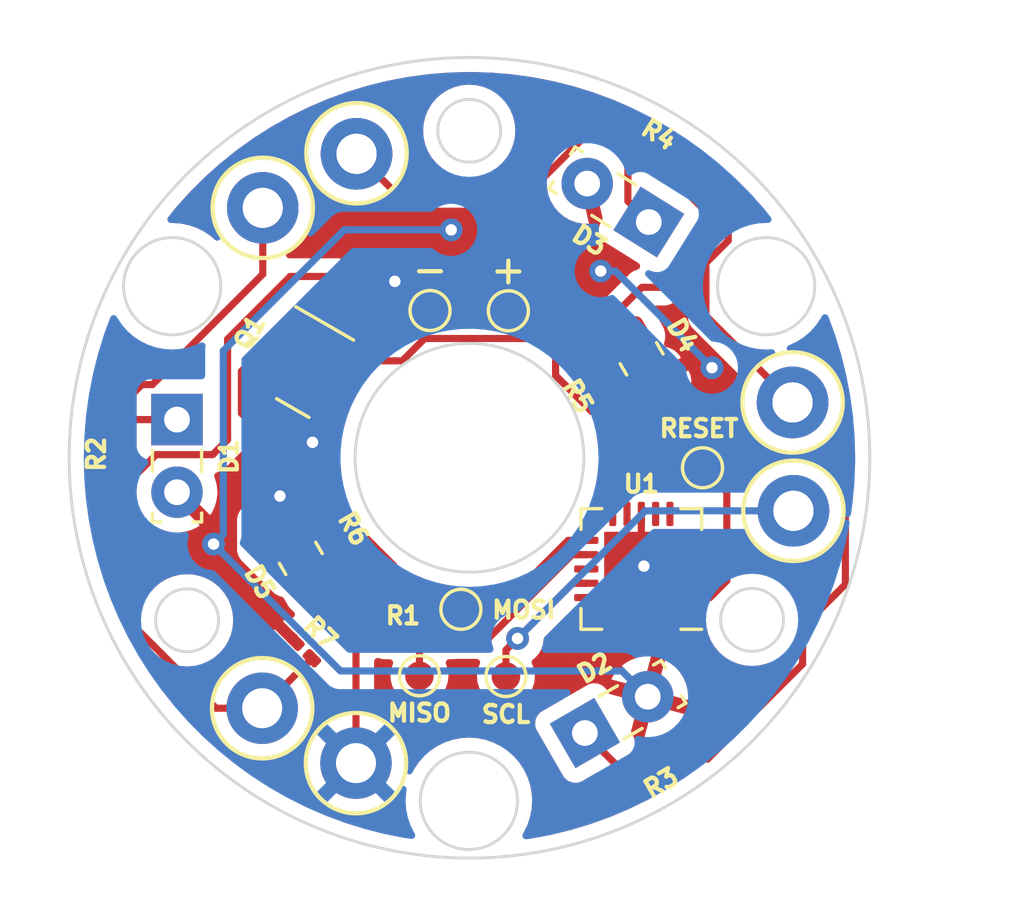
<source format=kicad_pcb>
(kicad_pcb (version 20211014) (generator pcbnew)
  (layers (0 "F.Cu" signal) (31 "B.Cu" signal) (34 "B.Paste" user) (35 "F.Paste" user) (36 "B.SilkS" user "B.Silkscreen") (37 "F.SilkS" user "F.Silkscreen") (38 "B.Mask" user) (39 "F.Mask" user) (44 "Edge.Cuts" user))
  (net 0 "")
  (net 1 "+3.3V")
  (net 2 "GND")
  (net 3 "Net-(D1-Pad1)")
  (net 4 "Net-(D2-Pad1)")
  (net 5 "Net-(D3-Pad1)")
  (net 6 "Net-(Q1-Pad1)")
  (net 7 "Net-(Q1-Pad3)")
  (net 8 "Net-(MISO-Pad1)")
  (net 17 "Net-(D5-Pad2)")
  (net 24 "Net-(D4-Pad1)")
  (net 25 "/PAD1")
  (net 26 "Net-(MOSI-Pad1)")
  (net 27 "Net-(RESET-Pad1)")
  (footprint "Resistor_SMD:R_0805_2012Metric" (layer "F.Cu") (at 94.1 103.52 120)
    (fp_text reference "D5" (at 0 -1.65 120) (layer "F.SilkS") (effects (font (size 0.6 0.6))))
    (fp_text value "LED")
    (fp_line (start -0.227064 -0.735) (end 0.227064 -0.735) (layer "F.SilkS") (width 0.12))
    (fp_line (start -0.227064 0.735) (end 0.227064 0.735) (layer "F.SilkS") (width 0.12))
    (pad "1" smd roundrect (at -0.9125 0 120) (size 1.025 1.4) (layers "F.Cu" "F.Paste" "F.Mask") (roundrect_rratio 0.243902439) (net 2 "GND"))
    (pad "2" smd roundrect (at 0.9125 0 120) (size 1.025 1.4) (layers "F.Cu" "F.Paste" "F.Mask") (roundrect_rratio 0.243902439) (net 17 "Net-(D5-Pad2)"))
  )
  (footprint "Resistor_SMD:R_0201_0603Metric_Pad0.64x0.40mm_HandSolder" (layer "F.Cu") (at 87.75 99.86 90)
    (fp_text reference "R2" (at -0.015 -0.8 90) (layer "F.SilkS") (effects (font (size 0.6 0.6))))
    (fp_text value "R39")
    (pad "1" smd roundrect (at -0.4075 0 90) (size 0.635 0.4) (layers "F.Cu" "F.Mask") (net 7 "Net-(Q1-Pad3)"))
    (pad "2" smd roundrect (at 0.4075 0 90) (size 0.635 0.4) (layers "F.Cu" "F.Mask") (net 3 "Net-(D1-Pad1)"))
  )
  (footprint "" (layer "F.Cu") (at 111.33 101.85495)
    (fp_text reference "" (at 0 0) (layer "F.SilkS") (effects (font (size 1.27 1.27))))
    (fp_text value "" (at 0 0) (layer "F.SilkS") (effects (font (size 1.27 1.27))))
    (pad "1" thru_hole circle (at 0 0) (size 2.5 2.5) (drill 1.4) (layers F&B.Cu *.Mask) (net 25 "/PAD1"))
  )
  (footprint "LED_THT:LED_SideEmitter_Rectangular_W4.5mm_H1.6mm" (layer "F.Cu") (at 106.271261 91.755647 148)
    (fp_text reference "D3" (at 1.415074 -1.644043 148) (layer "F.SilkS") (effects (font (size 0.6 0.6))))
    (fp_text value "IRL81A")
    (fp_line (start 3.27 0.861) (end 3.58 0.861) (layer "F.SilkS") (width 0.12))
    (fp_line (start 1.08 0.861) (end 1.811 0.861) (layer "F.SilkS") (width 0.12))
    (fp_line (start 1.08 -0.861) (end 1.811 -0.861) (layer "F.SilkS") (width 0.12))
    (fp_line (start 3.58 -0.861) (end 3.58 -0.555) (layer "F.SilkS") (width 0.12))
    (fp_line (start 3.58 0.555) (end 3.58 0.861) (layer "F.SilkS") (width 0.12))
    (fp_line (start 3.27 -0.861) (end 3.58 -0.861) (layer "F.SilkS") (width 0.12))
    (pad "1" thru_hole rect (at 0 0 148) (size 1.8 1.8) (drill 0.9) (layers *.Cu *.Mask) (net 5 "Net-(D3-Pad1)"))
    (pad "2" thru_hole circle (at 2.54 0 148) (size 1.8 1.8) (drill 0.9) (layers *.Cu *.Mask) (net 1 "+3.3V"))
  )
  (footprint "" (layer "F.Cu") (at 111.33 101.85495)
    (fp_text reference "" (at 0 0) (layer "F.SilkS") (effects (font (size 1.27 1.27))))
    (fp_text value "" (at 0 0) (layer "F.SilkS") (effects (font (size 1.27 1.27))))
    (pad "1" thru_hole circle (at 0 0) (size 2.5 2.5) (drill 1.4) (layers F&B.Cu *.Mask) (net 25 "/PAD1"))
  )
  (footprint "" (layer "F.Cu") (at 111.3 98.06495)
    (fp_text reference "" (at 0 0) (layer "F.SilkS") (effects (font (size 1.27 1.27))))
    (fp_text value "" (at 0 0) (layer "F.SilkS") (effects (font (size 1.27 1.27))))
    (pad "1" thru_hole circle (at 0 0) (size 2.5 2.5) (drill 1.4) (layers F&B.Cu *.Mask) (net 25 "/PAD1"))
  )
  (footprint "" (layer "F.Cu") (at 92.77 91.26)
    (fp_text reference "" (at 0 0) (layer "F.SilkS") (effects (font (size 1.27 1.27))))
    (fp_text value "" (at 0 0) (layer "F.SilkS") (effects (font (size 1.27 1.27))))
    (pad "1" thru_hole circle (at 0 0) (size 2.5 2.5) (drill 1.4) (layers F&B.Cu *.Mask) (net 25 "/PAD1"))
  )
  (footprint "" (layer "F.Cu") (at 111.3 98.06495)
    (fp_text reference "" (at 0 0) (layer "F.SilkS") (effects (font (size 1.27 1.27))))
    (fp_text value "" (at 0 0) (layer "F.SilkS") (effects (font (size 1.27 1.27))))
    (pad "1" thru_hole circle (at 0 0) (size 2.5 2.5) (drill 1.4) (layers F&B.Cu *.Mask) (net 25 "/PAD1"))
  )
  (footprint "Resistor_SMD:R_0201_0603Metric_Pad0.64x0.40mm_HandSolder" (layer "F.Cu") (at 106.175 89.425 148)
    (fp_text reference "R4" (at 0.005748 0.856518 148) (layer "F.SilkS") (effects (font (size 0.6 0.6))))
    (fp_text value "R39")
    (pad "1" smd roundrect (at -0.4075 0 148) (size 0.635 0.4) (layers "F.Cu" "F.Mask") (net 7 "Net-(Q1-Pad3)"))
    (pad "2" smd roundrect (at 0.4075 0 148) (size 0.635 0.4) (layers "F.Cu" "F.Mask") (net 5 "Net-(D3-Pad1)"))
  )
  (footprint "Package_TO_SOT_SMD:SOT-23" (layer "F.Cu") (at 94.6 96.91 -30)
    (fp_text reference "Q1" (at -2.622217 0.021814 60) (layer "F.SilkS") (effects (font (size 0.6 0.6))))
    (fp_text value "PMST2222")
    (fp_line (start 0 -1.56) (end -1.675 -1.56) (layer "F.SilkS") (width 0.12))
    (fp_line (start 0 1.56) (end 0.65 1.56) (layer "F.SilkS") (width 0.12))
    (fp_line (start 0 -1.56) (end 0.65 -1.56) (layer "F.SilkS") (width 0.12))
    (fp_line (start 0 1.56) (end -0.65 1.56) (layer "F.SilkS") (width 0.12))
    (pad "1" smd roundrect (at -0.9375 -0.95 330) (size 1.475 0.6) (layers "F.Cu" "F.Paste" "F.Mask") (net 6 "Net-(Q1-Pad1)"))
    (pad "2" smd roundrect (at -0.9375 0.95 330) (size 1.475 0.6) (layers "F.Cu" "F.Paste" "F.Mask") (net 2 "GND"))
    (pad "3" smd roundrect (at 0.9375 0 330) (size 1.475 0.6) (layers "F.Cu" "F.Paste" "F.Mask") (net 7 "Net-(Q1-Pad3)"))
  )
  (footprint "" (layer "F.Cu") (at 111.3 98.06495)
    (fp_text reference "" (at 0 0) (layer "F.SilkS") (effects (font (size 1.27 1.27))))
    (fp_text value "" (at 0 0) (layer "F.SilkS") (effects (font (size 1.27 1.27))))
    (pad "1" thru_hole circle (at 0 0) (size 2.5 2.5) (drill 1.4) (layers F&B.Cu *.Mask) (net 25 "/PAD1"))
  )
  (footprint "" (layer "F.Cu") (at 111.3 98.06495)
    (fp_text reference "" (at 0 0) (layer "F.SilkS") (effects (font (size 1.27 1.27))))
    (fp_text value "" (at 0 0) (layer "F.SilkS") (effects (font (size 1.27 1.27))))
    (pad "1" thru_hole circle (at 0 0) (size 2.5 2.5) (drill 1.4) (layers F&B.Cu *.Mask) (net 25 "/PAD1"))
  )
  (footprint "LED_THT:LED_SideEmitter_Rectangular_W4.5mm_H1.6mm" (layer "F.Cu") (at 89.77 98.665 -90)
    (fp_text reference "D1" (at 1.295 -1.82 90) (layer "F.SilkS") (effects (font (size 0.6 0.6))))
    (fp_text value "IRL81A")
    (fp_line (start 1.08 -0.861) (end 1.811 -0.861) (layer "F.SilkS") (width 0.12))
    (fp_line (start 1.08 0.861) (end 1.811 0.861) (layer "F.SilkS") (width 0.12))
    (fp_line (start 3.27 -0.861) (end 3.58 -0.861) (layer "F.SilkS") (width 0.12))
    (fp_line (start 3.58 0.555) (end 3.58 0.861) (layer "F.SilkS") (width 0.12))
    (fp_line (start 3.58 -0.861) (end 3.58 -0.555) (layer "F.SilkS") (width 0.12))
    (fp_line (start 3.27 0.861) (end 3.58 0.861) (layer "F.SilkS") (width 0.12))
    (pad "1" thru_hole rect (at 0 0 270) (size 1.8 1.8) (drill 0.9) (layers *.Cu *.Mask) (net 3 "Net-(D1-Pad1)"))
    (pad "2" thru_hole circle (at 2.54 0 270) (size 1.8 1.8) (drill 0.9) (layers *.Cu *.Mask) (net 1 "+3.3V"))
  )
  (footprint "TestPoint:TestPoint_Pad_D1.0mm" (layer "F.Cu") (at 98.62 94.85)
    (fp_text reference "-" (at 0 -1.448) (layer "F.SilkS"))
    (fp_text value " ")
    (fp_circle (center 0 0) (end 0 0.7) (layer "F.SilkS") (width 0.12) (fill none))
    (pad "1" smd circle (at 0 0) (size 1 1) (layers "F.Cu" "F.Mask") (net 2 "GND"))
  )
  (footprint "TestPoint:TestPoint_Pad_D1.0mm" (layer "F.Cu") (at 101.36 94.86)
    (fp_text reference "+" (at 0 -1.448) (layer "F.SilkS"))
    (fp_text value " ")
    (fp_circle (center 0 0) (end 0 0.7) (layer "F.SilkS") (width 0.12) (fill none))
    (pad "1" smd circle (at 0 0) (size 1 1) (layers "F.Cu" "F.Mask") (net 1 "+3.3V"))
  )
  (footprint "LED_THT:LED_SideEmitter_Rectangular_W4.5mm_H1.6mm" (layer "F.Cu") (at 104.035818 109.6275 30)
    (fp_text reference "D2" (at 1.43249 -1.802782 30) (layer "F.SilkS") (effects (font (size 0.6 0.6))))
    (fp_text value "IRL81A")
    (fp_line (start 1.08 -0.861) (end 1.811 -0.861) (layer "F.SilkS") (width 0.12))
    (fp_line (start 1.08 0.861) (end 1.811 0.861) (layer "F.SilkS") (width 0.12))
    (fp_line (start 3.58 0.555) (end 3.58 0.861) (layer "F.SilkS") (width 0.12))
    (fp_line (start 3.27 -0.861) (end 3.58 -0.861) (layer "F.SilkS") (width 0.12))
    (fp_line (start 3.27 0.861) (end 3.58 0.861) (layer "F.SilkS") (width 0.12))
    (fp_line (start 3.58 -0.861) (end 3.58 -0.555) (layer "F.SilkS") (width 0.12))
    (pad "1" thru_hole rect (at 0 0 30) (size 1.8 1.8) (drill 0.9) (layers *.Cu *.Mask) (net 4 "Net-(D2-Pad1)"))
    (pad "2" thru_hole circle (at 2.54 0 30) (size 1.8 1.8) (drill 0.9) (layers *.Cu *.Mask) (net 1 "+3.3V"))
  )
  (footprint "Resistor_SMD:R_0201_0603Metric_Pad0.64x0.40mm_HandSolder" (layer "F.Cu") (at 95.325 102.775 120)
    (fp_text reference "R6" (at -0.052692 0.691266 120) (layer "F.SilkS") (effects (font (size 0.6 0.6))))
    (fp_text value "R39")
    (pad "1" smd roundrect (at -0.4075 0 120) (size 0.635 0.4) (layers "F.Cu" "F.Mask") (net 8 "Net-(MISO-Pad1)"))
    (pad "2" smd roundrect (at 0.4075 0 120) (size 0.635 0.4) (layers "F.Cu" "F.Mask") (net 17 "Net-(D5-Pad2)"))
  )
  (footprint "TestPoint:TestPoint_Pad_D1.0mm" (layer "F.Cu") (at 98.25 107.625)
    (fp_text reference "MISO" (at 0 1.3) (layer "F.SilkS") (effects (font (size 0.6 0.6))))
    (fp_text value "PB1")
    (fp_circle (center 0 0) (end 0 0.7) (layer "F.SilkS") (width 0.12) (fill none))
    (pad "1" smd circle (at 0 0) (size 1 1) (layers "F.Cu" "F.Mask") (net 8 "Net-(MISO-Pad1)"))
  )
  (footprint "Resistor_SMD:R_0201_0603Metric_Pad0.64x0.40mm_HandSolder" (layer "F.Cu") (at 94.2 106.725 135)
    (fp_text reference "R7" (at 0.005561 0.840368 135) (layer "F.SilkS") (effects (font (size 0.6 0.6))))
    (fp_text value "R10M")
    (pad "1" smd roundrect (at -0.4075 0 135) (size 0.635 0.4) (layers "F.Cu" "F.Mask") (net 25 "/PAD1"))
    (pad "2" smd roundrect (at 0.4075 0 135) (size 0.635 0.4) (layers "F.Cu" "F.Mask") (net 1 "+3.3V"))
  )
  (footprint "" (layer "F.Cu") (at 96.05 89.37)
    (fp_text reference "" (at 0 0) (layer "F.SilkS") (effects (font (size 1.27 1.27))))
    (fp_text value "" (at 0 0) (layer "F.SilkS") (effects (font (size 1.27 1.27))))
    (pad "1" thru_hole circle (at 0 0) (size 2.5 2.5) (drill 1.4) (layers *.Cu *.Mask) (net 25 "/PAD1"))
  )
  (footprint "" (layer "F.Cu") (at 92.75 108.76)
    (fp_text reference "" (at 0 0) (layer "F.SilkS") (effects (font (size 1.27 1.27))))
    (fp_text value "" (at 0 0) (layer "F.SilkS") (effects (font (size 1.27 1.27))))
    (pad "1" thru_hole circle (at 0 0) (size 2.5 2.5) (drill 1.4) (layers F&B.Cu *.Mask) (net 25 "/PAD1"))
  )
  (footprint "Resistor_SMD:R_0201_0603Metric_Pad0.64x0.40mm_HandSolder" (layer "F.Cu") (at 106.24 110.7 -150)
    (fp_text reference "R3" (at -0.060872 -0.814567 -150) (layer "F.SilkS") (effects (font (size 0.6 0.6))))
    (fp_text value "R39")
    (pad "1" smd roundrect (at -0.4075 0 210) (size 0.635 0.4) (layers "F.Cu" "F.Mask") (net 7 "Net-(Q1-Pad3)"))
    (pad "2" smd roundrect (at 0.4075 0 210) (size 0.635 0.4) (layers "F.Cu" "F.Mask") (net 4 "Net-(D2-Pad1)"))
  )
  (footprint "" (layer "F.Cu") (at 111.33 101.85495)
    (fp_text reference "" (at 0 0) (layer "F.SilkS") (effects (font (size 1.27 1.27))))
    (fp_text value "" (at 0 0) (layer "F.SilkS") (effects (font (size 1.27 1.27))))
    (pad "1" thru_hole circle (at 0 0) (size 2.5 2.5) (drill 1.4) (layers F&B.Cu *.Mask) (net 25 "/PAD1"))
  )
  (footprint "TestPoint:TestPoint_Pad_D1.0mm" (layer "F.Cu") (at 99.7 105.3)
    (fp_text reference "MOSI" (at 2.2 0.025) (layer "F.SilkS") (effects (font (size 0.6 0.6))))
    (fp_text value "PB0")
    (fp_circle (center 0 0) (end 0 0.7) (layer "F.SilkS") (width 0.12) (fill none))
    (pad "1" smd circle (at 0 0) (size 1 1) (layers "F.Cu" "F.Mask") (net 26 "Net-(MOSI-Pad1)"))
  )
  (footprint "Package_DFN_QFN:QFN-20-1EP_4x4mm_P0.5mm_EP2.6x2.6mm" (layer "F.Cu") (at 106.01 103.89 180)
    (fp_text reference "U1" (at 0 2.97) (layer "F.SilkS") (effects (font (size 0.6 0.6))))
    (fp_text value "ATtiny85-20M")
    (fp_line (start -2.11 2.11) (end -2.11 1.385) (layer "F.SilkS") (width 0.12))
    (fp_line (start -1.385 -2.11) (end -2.11 -2.11) (layer "F.SilkS") (width 0.12))
    (fp_line (start 1.385 -2.11) (end 2.11 -2.11) (layer "F.SilkS") (width 0.12))
    (fp_line (start 1.385 2.11) (end 2.11 2.11) (layer "F.SilkS") (width 0.12))
    (fp_line (start 2.11 2.11) (end 2.11 1.385) (layer "F.SilkS") (width 0.12))
    (fp_line (start 2.11 -2.11) (end 2.11 -1.385) (layer "F.SilkS") (width 0.12))
    (fp_line (start -1.385 2.11) (end -2.11 2.11) (layer "F.SilkS") (width 0.12))
    (pad "1" smd roundrect (at -1.925 -1 180) (size 0.85 0.25) (layers "F.Cu" "F.Paste" "F.Mask") (net 27 "Net-(RESET-Pad1)"))
    (pad "2" smd roundrect (at -1.925 -0.5 180) (size 0.85 0.25) (layers "F.Cu" "F.Paste" "F.Mask"))
    (pad "3" smd roundrect (at -1.925 0 180) (size 0.85 0.25) (layers "F.Cu" "F.Paste" "F.Mask"))
    (pad "4" smd roundrect (at -1.925 0.5 180) (size 0.85 0.25) (layers "F.Cu" "F.Paste" "F.Mask"))
    (pad "5" smd roundrect (at -1.925 1 180) (size 0.85 0.25) (layers "F.Cu" "F.Paste" "F.Mask"))
    (pad "6" smd roundrect (at -1 1.925 180) (size 0.25 0.85) (layers "F.Cu" "F.Paste" "F.Mask"))
    (pad "7" smd roundrect (at -0.5 1.925 180) (size 0.25 0.85) (layers "F.Cu" "F.Paste" "F.Mask"))
    (pad "8" smd roundrect (at 0 1.925 180) (size 0.25 0.85) (layers "F.Cu" "F.Paste" "F.Mask") (net 2 "GND"))
    (pad "9" smd roundrect (at 0.5 1.925 180) (size 0.25 0.85) (layers "F.Cu" "F.Paste" "F.Mask"))
    (pad "10" smd roundrect (at 1 1.925 180) (size 0.25 0.85) (layers "F.Cu" "F.Paste" "F.Mask"))
    (pad "11" smd roundrect (at 1.925 1 180) (size 0.85 0.25) (layers "F.Cu" "F.Paste" "F.Mask") (net 26 "Net-(MOSI-Pad1)"))
    (pad "12" smd roundrect (at 1.925 0.5 180) (size 0.85 0.25) (layers "F.Cu" "F.Paste" "F.Mask") (net 8 "Net-(MISO-Pad1)"))
    (pad "13" smd roundrect (at 1.925 0 180) (size 0.85 0.25) (layers "F.Cu" "F.Paste" "F.Mask"))
    (pad "14" smd roundrect (at 1.925 -0.5 180) (size 0.85 0.25) (layers "F.Cu" "F.Paste" "F.Mask") (net 25 "/PAD1"))
    (pad "15" smd roundrect (at 1.925 -1 180) (size 0.85 0.25) (layers "F.Cu" "F.Paste" "F.Mask") (net 1 "+3.3V"))
    (pad "16" smd roundrect (at 1 -1.925 180) (size 0.25 0.85) (layers "F.Cu" "F.Paste" "F.Mask"))
    (pad "17" smd roundrect (at 0.5 -1.925 180) (size 0.25 0.85) (layers "F.Cu" "F.Paste" "F.Mask"))
    (pad "18" smd roundrect (at 0 -1.925 180) (size 0.25 0.85) (layers "F.Cu" "F.Paste" "F.Mask"))
    (pad "19" smd roundrect (at -0.5 -1.925 180) (size 0.25 0.85) (layers "F.Cu" "F.Paste" "F.Mask"))
    (pad "20" smd roundrect (at -1 -1.925 180) (size 0.25 0.85) (layers "F.Cu" "F.Paste" "F.Mask"))
    (pad "21" smd rect (at 0 0 180) (size 2.6 2.6) (layers "F.Cu" "F.Mask") (net 2 "GND"))
  )
  (footprint "" (layer "F.Cu") (at 111.33 101.85495)
    (fp_text reference "" (at 0 0) (layer "F.SilkS") (effects (font (size 1.27 1.27))))
    (fp_text value "" (at 0 0) (layer "F.SilkS") (effects (font (size 1.27 1.27))))
    (pad "1" thru_hole circle (at 0 0) (size 2.5 2.5) (drill 1.4) (layers F&B.Cu *.Mask) (net 25 "/PAD1"))
  )
  (footprint "" (layer "F.Cu") (at 96.03 110.68)
    (fp_text reference "" (at 0 0) (layer "F.SilkS") (effects (font (size 1.27 1.27))))
    (fp_text value "" (at 0 0) (layer "F.SilkS") (effects (font (size 1.27 1.27))))
    (pad "1" thru_hole circle (at 0 0) (size 2.5 2.5) (drill 1.4) (layers *.Cu *.Mask) (net 2 "GND"))
  )
  (footprint "" (layer "F.Cu") (at 96.05 89.37)
    (fp_text reference "" (at 0 0) (layer "F.SilkS") (effects (font (size 1.27 1.27))))
    (fp_text value "" (at 0 0) (layer "F.SilkS") (effects (font (size 1.27 1.27))))
    (pad "1" thru_hole circle (at 0 0) (size 2.5 2.5) (drill 1.4) (layers F&B.Cu *.Mask) (net 25 "/PAD1"))
  )
  (footprint "Resistor_SMD:R_0201_0603Metric_Pad0.64x0.40mm_HandSolder" (layer "F.Cu") (at 104.7 97.32 120)
    (fp_text reference "R5" (at 0 -1.05 120) (layer "F.SilkS") (effects (font (size 0.6 0.6))))
    (fp_text value "R39")
    (pad "1" smd roundrect (at -0.4075 0 120) (size 0.635 0.4) (layers "F.Cu" "F.Mask") (net 7 "Net-(Q1-Pad3)"))
    (pad "2" smd roundrect (at 0.4075 0 120) (size 0.635 0.4) (layers "F.Cu" "F.Mask") (net 24 "Net-(D4-Pad1)"))
  )
  (footprint "" (layer "F.Cu") (at 96.05 89.37)
    (fp_text reference "" (at 0 0) (layer "F.SilkS") (effects (font (size 1.27 1.27))))
    (fp_text value "" (at 0 0) (layer "F.SilkS") (effects (font (size 1.27 1.27))))
    (pad "1" thru_hole circle (at 0 0) (size 2.5 2.5) (drill 1.4) (layers F&B.Cu *.Mask) (net 25 "/PAD1"))
  )
  (footprint "Resistor_SMD:R_0805_2012Metric" (layer "F.Cu") (at 106.02 96.54 -60)
    (fp_text reference "D4" (at 0 -1.65 -60) (layer "F.SilkS") (effects (font (size 0.6 0.6))))
    (fp_text value "LED")
    (fp_line (start -0.227064 0.735) (end 0.227064 0.735) (layer "F.SilkS") (width 0.12))
    (fp_line (start -0.227064 -0.735) (end 0.227064 -0.735) (layer "F.SilkS") (width 0.12))
    (pad "1" smd roundrect (at -0.9125 0 300) (size 1.025 1.4) (layers "F.Cu" "F.Paste" "F.Mask") (roundrect_rratio 0.243902439) (net 24 "Net-(D4-Pad1)"))
    (pad "2" smd roundrect (at 0.9125 0 300) (size 1.025 1.4) (layers "F.Cu" "F.Paste" "F.Mask") (roundrect_rratio 0.243902439) (net 1 "+3.3V"))
  )
  (footprint "Resistor_SMD:R_0201_0603Metric_Pad0.64x0.40mm_HandSolder" (layer "F.Cu") (at 97.675 104.825 180)
    (fp_text reference "R1" (at 0 -0.7 180) (layer "F.SilkS") (effects (font (size 0.6 0.6))))
    (fp_text value "R39")
    (pad "1" smd roundrect (at -0.4075 0 180) (size 0.635 0.4) (layers "F.Cu" "F.Mask") (net 26 "Net-(MOSI-Pad1)"))
    (pad "2" smd roundrect (at 0.4075 0 180) (size 0.635 0.4) (layers "F.Cu" "F.Mask") (net 6 "Net-(Q1-Pad1)"))
  )
  (footprint "" (layer "F.Cu") (at 96.05 89.37)
    (fp_text reference "" (at 0 0) (layer "F.SilkS") (effects (font (size 1.27 1.27))))
    (fp_text value "" (at 0 0) (layer "F.SilkS") (effects (font (size 1.27 1.27))))
    (pad "1" thru_hole circle (at 0 0) (size 2.5 2.5) (drill 1.4) (layers F&B.Cu *.Mask) (net 25 "/PAD1"))
  )
  (footprint "TestPoint:TestPoint_Pad_D1.0mm" (layer "F.Cu") (at 108.15 100.35)
    (fp_text reference "RESET" (at -0.125 -1.375) (layer "F.SilkS") (effects (font (size 0.6 0.6))))
    (fp_text value "PB5")
    (fp_circle (center 0 0) (end 0 0.7) (layer "F.SilkS") (width 0.12) (fill none))
    (pad "1" smd circle (at 0 0) (size 1 1) (layers "F.Cu" "F.Mask") (net 27 "Net-(RESET-Pad1)"))
  )
  (footprint "" (layer "F.Cu") (at 92.77 91.26)
    (fp_text reference "" (at 0 0) (layer "F.SilkS") (effects (font (size 1.27 1.27))))
    (fp_text value "" (at 0 0) (layer "F.SilkS") (effects (font (size 1.27 1.27))))
    (pad "1" thru_hole circle (at 0 0) (size 2.5 2.5) (drill 1.4) (layers F&B.Cu *.Mask) (net 25 "/PAD1"))
  )
  (footprint "TestPoint:TestPoint_Pad_D1.0mm" (layer "F.Cu") (at 101.275 107.65)
    (fp_text reference "SCL" (at 0 1.325) (layer "F.SilkS") (effects (font (size 0.6 0.6))))
    (fp_text value "PB2")
    (fp_circle (center 0 0) (end 0 0.7) (layer "F.SilkS") (width 0.12) (fill none))
    (pad "1" smd circle (at 0 0) (size 1 1) (layers "F.Cu" "F.Mask") (net 25 "/PAD1"))
  )
  (gr_circle (center 111.33 101.85495) (end 113.08505 101.85495) (layer "F.SilkS") (width 0.15) (fill none))
  (gr_circle (center 111.3 98.06495) (end 113.05505 98.06495) (layer "F.SilkS") (width 0.15) (fill none))
  (gr_circle (center 92.75 108.76) (end 94.50505 108.76) (layer "F.SilkS") (width 0.15) (fill none))
  (gr_circle (center 96.03 110.68) (end 97.78505 110.68) (layer "F.SilkS") (width 0.15) (fill none))
  (gr_circle (center 92.77 91.26) (end 94.52505 91.26) (layer "F.SilkS") (width 0.15) (fill none))
  (gr_circle (center 96.05 89.35) (end 97.24 90.64) (layer "F.SilkS") (width 0.15) (fill none))
  (gr_circle (center 100 100) (end 104 100) (layer "Edge.Cuts") (width 0.1) (fill none))
  (gr_circle (center 110.375 94) (end 112.075 94) (layer "Edge.Cuts") (width 0.1) (fill none))
  (gr_circle (center 109.88291 105.670391) (end 110.98291 105.670391) (layer "Edge.Cuts") (width 0.1) (fill none))
  (gr_circle (center 100 100) (end 114 100) (layer "Edge.Cuts") (width 0.1) (fill none))
  (gr_circle (center 99.990406 88.563516) (end 101.090406 88.563516) (layer "Edge.Cuts") (width 0.1) (fill none))
  (gr_circle (center 89.6 94) (end 91.3 94) (layer "Edge.Cuts") (width 0.1) (fill none))
  (gr_circle (center 99.98 112) (end 101.68 112) (layer "Edge.Cuts") (width 0.1) (fill none))
  (gr_circle (center 90.123894 105.684091) (end 91.223894 105.684091) (layer "Edge.Cuts") (width 0.1) (fill none))
  (segment (start 104.085 104.89) (end 104.085 106.206977) (width 0.25) (layer "F.Cu") (net 1))
  (segment (start 104.085 106.206977) (end 106.235523 108.3575) (width 0.25) (layer "F.Cu") (net 1))
  (via (at 91.05 103.02) (size 0.8) (drill 0.4) (layers "F.Cu" "B.Cu") (net 1))
  (via (at 104.59 93.47) (size 0.8) (drill 0.4) (layers "F.Cu" "B.Cu") (net 1))
  (via (at 108.48 96.85) (size 0.8) (drill 0.4) (layers "F.Cu" "B.Cu") (net 1))
  (via (at 99.36 92.03) (size 0.8) (drill 0.4) (layers "F.Cu" "B.Cu") (net 1))
  (segment (start 105.335523 107.4575) (end 95.4875 107.4575) (width 0.25) (layer "B.Cu") (net 1))
  (segment (start 91.39 96.74) (end 91.39 96.26) (width 0.25) (layer "B.Cu") (net 1))
  (segment (start 95.62 92.03) (end 99.36 92.03) (width 0.25) (layer "B.Cu") (net 1))
  (segment (start 105.1 93.47) (end 108.48 96.85) (width 0.25) (layer "B.Cu") (net 1))
  (segment (start 95.4875 107.4575) (end 91.05 103.02) (width 0.25) (layer "B.Cu") (net 1))
  (segment (start 106.235523 108.3575) (end 105.335523 107.4575) (width 0.25) (layer "B.Cu") (net 1))
  (segment (start 91.05 103.02) (end 91.39 102.68) (width 0.25) (layer "B.Cu") (net 1))
  (segment (start 95.19 92.46) (end 95.62 92.03) (width 0.25) (layer "B.Cu") (net 1))
  (segment (start 91.39 102.68) (end 91.39 96.74) (width 0.25) (layer "B.Cu") (net 1))
  (segment (start 104.59 93.47) (end 105.1 93.47) (width 0.25) (layer "B.Cu") (net 1))
  (segment (start 91.39 96.26) (end 95.19 92.46) (width 0.25) (layer "B.Cu") (net 1))
  (segment (start 96.03 105.783998) (end 94.55625 104.310248) (width 0.25) (layer "F.Cu") (net 2))
  (segment (start 106.01 101.965) (end 106.01 103.89) (width 0.25) (layer "F.Cu") (net 2))
  (segment (start 96.03 110.68) (end 96.03 105.783998) (width 0.25) (layer "F.Cu") (net 2))
  (segment (start 92.505738 103.175176) (end 92.505738 102.204262) (width 0.25) (layer "F.Cu") (net 2))
  (segment (start 98.41 94.85) (end 98.620002 94.85) (width 0.5) (layer "F.Cu") (net 2))
  (segment (start 93.313101 97.263974) (end 93.313101 98.263101) (width 0.25) (layer "F.Cu") (net 2))
  (segment (start 98.62 94.85) (end 98.620002 94.85) (width 0.25) (layer "F.Cu") (net 2))
  (segment (start 94.5125 104.234471) (end 93.565033 104.234471) (width 0.25) (layer "F.Cu") (net 2))
  (segment (start 93.313101 98.263101) (end 94.51 99.46) (width 0.25) (layer "F.Cu") (net 2))
  (segment (start 92.505738 102.204262) (end 93.37 101.34) (width 0.25) (layer "F.Cu") (net 2))
  (segment (start 93.565033 104.234471) (end 92.505738 103.175176) (width 0.25) (layer "F.Cu") (net 2))
  (segment (start 97.39 93.83) (end 98.41 94.85) (width 0.5) (layer "F.Cu") (net 2))
  (via (at 97.39 93.83) (size 0.8) (drill 0.4) (layers "F.Cu" "B.Cu") (net 2))
  (via (at 94.51 99.46) (size 0.8) (drill 0.4) (layers "F.Cu" "B.Cu") (net 2))
  (via (at 93.37 101.34) (size 0.8) (drill 0.4) (layers "F.Cu" "B.Cu") (net 2))
  (via (at 106.1 103.79) (size 0.8) (drill 0.4) (layers "F.Cu" "B.Cu") (net 2))
  (segment (start 87.75 99.035) (end 87.75 99.54) (width 0.25) (layer "F.Cu") (net 3))
  (segment (start 89.77 98.665) (end 88.12 98.665) (width 0.25) (layer "F.Cu") (net 3))
  (segment (start 88.12 98.665) (end 87.75 99.035) (width 0.25) (layer "F.Cu") (net 3))
  (segment (start 104.035818 109.642789) (end 105.495529 111.1025) (width 0.25) (layer "F.Cu") (net 4))
  (segment (start 104.035818 109.6275) (end 104.035818 109.642789) (width 0.25) (layer "F.Cu") (net 4))
  (segment (start 105.495529 111.1025) (end 105.720372 111.1025) (width 0.25) (layer "F.Cu") (net 4))
  (segment (start 105.720372 111.1025) (end 105.962872 110.86) (width 0.25) (layer "F.Cu") (net 4))
  (segment (start 105.54 89.498478) (end 105.82942 89.209058) (width 0.25) (layer "F.Cu") (net 5))
  (segment (start 106.271261 91.755647) (end 105.54 91.024386) (width 0.25) (layer "F.Cu") (net 5))
  (segment (start 106.271261 91.755647) (end 106.271261 91.798739) (width 0.25) (layer "F.Cu") (net 5))
  (segment (start 105.54 91.024386) (end 105.54 89.498478) (width 0.25) (layer "F.Cu") (net 5))
  (segment (start 106.271261 91.798739) (end 106.24 91.83) (width 0.25) (layer "F.Cu") (net 5))
  (segment (start 94.263101 95.618526) (end 93.380227 95.618526) (width 0.25) (layer "F.Cu") (net 6))
  (segment (start 93.380227 95.618526) (end 92.023364 96.975389) (width 0.25) (layer "F.Cu") (net 6))
  (segment (start 92.023364 96.975389) (end 92.023364 98.443262) (width 0.25) (layer "F.Cu") (net 6))
  (segment (start 92.023364 98.443262) (end 97.355 103.774898) (width 0.25) (layer "F.Cu") (net 6))
  (segment (start 97.355 103.774898) (end 97.355 104.825) (width 0.25) (layer "F.Cu") (net 6))
  (segment (start 91.54 95.85) (end 93.73 93.66) (width 0.25) (layer "F.Cu") (net 7))
  (segment (start 106.78 94.04) (end 106.030863 94.04) (width 0.25) (layer "F.Cu") (net 7))
  (segment (start 106.775 99.525) (end 104.86 97.61) (width 0.25) (layer "F.Cu") (net 7))
  (segment (start 104.86 97.61) (end 104.86 97.597128) (width 0.25) (layer "F.Cu") (net 7))
  (segment (start 113.147089 100.834652) (end 112.287437 99.975) (width 0.25) (layer "F.Cu") (net 7))
  (segment (start 96.16 96.61) (end 95.411899 97.358101) (width 0.25) (layer "F.Cu") (net 7))
  (segment (start 111.65 105.925) (end 113.147089 104.427911) (width 0.25) (layer "F.Cu") (net 7))
  (segment (start 108.323793 110.54) (end 111.65 107.213793) (width 0.25) (layer "F.Cu") (net 7))
  (segment (start 108.6 91.720362) (end 108.6 92.22) (width 0.25) (layer "F.Cu") (net 7))
  (segment (start 88.245 100.685) (end 89.04 99.89) (width 0.25) (layer "F.Cu") (net 7))
  (segment (start 104.86 97.597128) (end 104.86 97.79) (width 0.25) (layer "F.Cu") (net 7))
  (segment (start 103.010896 95.829104) (end 101.889104 95.829104) (width 0.25) (layer "F.Cu") (net 7))
  (segment (start 104.241759 95.829104) (end 103.010896 95.829104) (width 0.25) (layer "F.Cu") (net 7))
  (segment (start 95.35 93.66) (end 96.55 94.86) (width 0.25) (layer "F.Cu") (net 7))
  (segment (start 106.52058 89.640942) (end 108.6 91.720362) (width 0.25) (layer "F.Cu") (net 7))
  (segment (start 96.55 94.86) (end 96.55 96.22) (width 0.25) (layer "F.Cu") (net 7))
  (segment (start 104.27 98.38) (end 103.010896 97.120896) (width 0.25) (layer "F.Cu") (net 7))
  (segment (start 87.75 100.18) (end 87.75 100.685) (width 0.25) (layer "F.Cu") (net 7))
  (segment (start 104.911727 95.159136) (end 104.549025 95.368541) (width 0.25) (layer "F.Cu") (net 7))
  (segment (start 112.287437 99.975) (end 108.941727 99.975) (width 0.25) (layer "F.Cu") (net 7))
  (segment (start 97.65 96.61) (end 96.16 96.61) (width 0.25) (layer "F.Cu") (net 7))
  (segment (start 98.430896 95.829104) (end 97.65 96.61) (width 0.25) (layer "F.Cu") (net 7))
  (segment (start 108.941727 99.975) (end 108.491727 99.525) (width 0.25) (layer "F.Cu") (net 7))
  (segment (start 96.55 96.22) (end 96.16 96.61) (width 0.25) (layer "F.Cu") (net 7))
  (segment (start 113.147089 104.427911) (end 113.147089 100.834652) (width 0.25) (layer "F.Cu") (net 7))
  (segment (start 104.549025 95.368541) (end 104.492915 95.577948) (width 0.25) (layer "F.Cu") (net 7))
  (segment (start 104.86 97.79) (end 104.27 98.38) (width 0.25) (layer "F.Cu") (net 7))
  (segment (start 108.491727 99.525) (end 106.775 99.525) (width 0.25) (layer "F.Cu") (net 7))
  (segment (start 93.73 93.66) (end 95.35 93.66) (width 0.25) (layer "F.Cu") (net 7))
  (segment (start 106.517128 110.54) (end 108.323793 110.54) (width 0.25) (layer "F.Cu") (net 7))
  (segment (start 95.411899 97.358101) (end 95.411899 97.37875) (width 0.25) (layer "F.Cu") (net 7))
  (segment (start 87.75 100.685) (end 88.245 100.685) (width 0.25) (layer "F.Cu") (net 7))
  (segment (start 91.02 99.89) (end 91.54 99.37) (width 0.25) (layer "F.Cu") (net 7))
  (segment (start 101.889104 95.829104) (end 98.430896 95.829104) (width 0.25) (layer "F.Cu") (net 7))
  (segment (start 104.492915 95.577948) (end 104.241759 95.829104) (width 0.25) (layer "F.Cu") (net 7))
  (segment (start 111.65 107.213793) (end 111.65 105.925) (width 0.25) (layer "F.Cu") (net 7))
  (segment (start 108.6 92.22) (end 106.78 94.04) (width 0.25) (layer "F.Cu") (net 7))
  (segment (start 103.010896 97.120896) (end 103.010896 95.829104) (width 0.25) (layer "F.Cu") (net 7))
  (segment (start 91.54 99.37) (end 91.54 95.85) (width 0.25) (layer "F.Cu") (net 7))
  (segment (start 106.030863 94.04) (end 104.911727 95.159136) (width 0.25) (layer "F.Cu") (net 7))
  (segment (start 89.04 99.89) (end 91.02 99.89) (width 0.25) (layer "F.Cu") (net 7))
  (segment (start 98.265 106.41) (end 99.377538 106.41) (width 0.25) (layer "F.Cu") (net 8))
  (segment (start 100.382462 106.41) (end 100.56569 106.41) (width 0.25) (layer "F.Cu") (net 8))
  (segment (start 96.479501 104.078656) (end 96.479501 105.829501) (width 0.25) (layer "F.Cu") (net 8))
  (segment (start 100.56569 106.41) (end 103.58569 103.39) (width 0.25) (layer "F.Cu") (net 8))
  (segment (start 97.06 106.41) (end 98.265 106.41) (width 0.25) (layer "F.Cu") (net 8))
  (segment (start 103.58569 103.39) (end 104.085 103.39) (width 0.25) (layer "F.Cu") (net 8))
  (segment (start 99.377538 106.41) (end 99.387538 106.4) (width 0.25) (layer "F.Cu") (net 8))
  (segment (start 95.52875 103.127905) (end 96.479501 104.078656) (width 0.25) (layer "F.Cu") (net 8))
  (segment (start 100.372462 106.4) (end 100.382462 106.41) (width 0.25) (layer "F.Cu") (net 8))
  (segment (start 99.387538 106.4) (end 100.372462 106.4) (width 0.25) (layer "F.Cu") (net 8))
  (segment (start 96.479501 105.829501) (end 97.06 106.41) (width 0.25) (layer "F.Cu") (net 8))
  (segment (start 98.25 106.425) (end 98.265 106.41) (width 0.25) (layer "F.Cu") (net 8))
  (segment (start 98.25 107.625) (end 98.25 106.425) (width 0.25) (layer "F.Cu") (net 8))
  (segment (start 94.010749 102.362753) (end 93.64375 102.729752) (width 0.25) (layer "F.Cu") (net 17))
  (segment (start 95.015737 102.362753) (end 94.010749 102.362753) (width 0.25) (layer "F.Cu") (net 17))
  (segment (start 105.56375 96.019122) (end 104.54 97.042872) (width 0.25) (layer "F.Cu") (net 24))
  (segment (start 105.56375 95.749752) (end 105.56375 96.019122) (width 0.25) (layer "F.Cu") (net 24))
  (segment (start 101.275 106.725288) (end 101.275 107.65) (width 0.25) (layer "F.Cu") (net 25))
  (segment (start 109.05 92.406396) (end 108.270388 93.186008) (width 0.25) (layer "F.Cu") (net 25))
  (segment (start 92.75 108.76) (end 92.75 108.751292) (width 0.25) (layer "F.Cu") (net 25))
  (segment (start 102.17446 90.619999) (end 104.239171 88.555288) (width 0.25) (layer "F.Cu") (net 25))
  (segment (start 106.209416 88.827438) (end 106.643834 88.827438) (width 0.25) (layer "F.Cu") (net 25))
  (segment (start 108.270388 93.186008) (end 108.270388 95.035338) (width 0.25) (layer "F.Cu") (net 25))
  (segment (start 92.75 108.751292) (end 94.488146 107.013146) (width 0.25) (layer "F.Cu") (net 25))
  (segment (start 104.085 104.39) (end 103.610288 104.39) (width 0.25) (layer "F.Cu") (net 25))
  (segment (start 91.135 108.76) (end 88.05 105.675) (width 0.25) (layer "F.Cu") (net 25))
  (segment (start 106.643834 88.827438) (end 109.05 91.233604) (width 0.25) (layer "F.Cu") (net 25))
  (segment (start 96.05 89.37) (end 97.299999 90.619999) (width 0.25) (layer "F.Cu") (net 25))
  (segment (start 88.91 97.44) (end 92.77 93.58) (width 0.25) (layer "F.Cu") (net 25))
  (segment (start 103.610288 104.39) (end 101.681192 106.319096) (width 0.25) (layer "F.Cu") (net 25))
  (segment (start 88.05 105.675) (end 88.05 101.621396) (width 0.25) (layer "F.Cu") (net 25))
  (segment (start 109.05 91.233604) (end 109.05 92.406396) (width 0.25) (layer "F.Cu") (net 25))
  (segment (start 87.225 98.76) (end 88.545 97.44) (width 0.25) (layer "F.Cu") (net 25))
  (segment (start 108.270388 95.035338) (end 111.3 98.06495) (width 0.25) (layer "F.Cu") (net 25))
  (segment (start 87.225 100.796396) (end 87.225 98.76) (width 0.25) (layer "F.Cu") (net 25))
  (segment (start 105.773886 88.555288) (end 106.209416 88.827438) (width 0.25) (layer "F.Cu") (net 25))
  (segment (start 101.681192 106.319096) (end 101.275 106.725288) (width 0.25) (layer "F.Cu") (net 25))
  (segment (start 104.239171 88.555288) (end 105.773886 88.555288) (width 0.25) (layer "F.Cu") (net 25))
  (segment (start 92.77 93.58) (end 92.77 91.26) (width 0.25) (layer "F.Cu") (net 25))
  (segment (start 92.75 108.76) (end 91.135 108.76) (width 0.25) (layer "F.Cu") (net 25))
  (segment (start 97.299999 90.619999) (end 102.17446 90.619999) (width 0.25) (layer "F.Cu") (net 25))
  (segment (start 96.05 89.37) (end 96.05 88.43) (width 0.5) (layer "F.Cu") (net 25))
  (segment (start 88.05 101.621396) (end 87.225 100.796396) (width 0.25) (layer "F.Cu") (net 25))
  (segment (start 111.3 98.06495) (end 111.89 97.47495) (width 0.5) (layer "F.Cu") (net 25))
  (segment (start 88.545 97.44) (end 88.91 97.44) (width 0.25) (layer "F.Cu") (net 25))
  (via (at 101.681192 106.319096) (size 0.8) (drill 0.4) (layers "F.Cu" "B.Cu") (net 25))
  (segment (start 106.145338 101.85495) (end 101.681192 106.319096) (width 0.25) (layer "B.Cu") (net 25))
  (segment (start 111.33 101.85495) (end 106.145338 101.85495) (width 0.25) (layer "B.Cu") (net 25))
  (segment (start 103.45 102.89) (end 100.755 105.585) (width 0.25) (layer "F.Cu") (net 26))
  (segment (start 99.735 105.585) (end 99.225 105.075) (width 0.25) (layer "F.Cu") (net 26))
  (segment (start 100.755 105.585) (end 99.735 105.585) (width 0.25) (layer "F.Cu") (net 26))
  (segment (start 97.995 104.825) (end 98.975 104.825) (width 0.25) (layer "F.Cu") (net 26))
  (segment (start 98.975 104.825) (end 99.225 105.075) (width 0.25) (layer "F.Cu") (net 26))
  (segment (start 104.085 102.89) (end 103.45 102.89) (width 0.25) (layer "F.Cu") (net 26))
  (segment (start 107.935 104.89) (end 108.408008 104.89) (width 0.25) (layer "F.Cu") (net 27))
  (segment (start 108.408008 104.89) (end 109 104.298008) (width 0.25) (layer "F.Cu") (net 27))
  (segment (start 109 104.298008) (end 109 101.175) (width 0.25) (layer "F.Cu") (net 27))
  (segment (start 108.975 101.175) (end 109 101.175) (width 0.25) (layer "F.Cu") (net 27))
  (segment (start 108.15 100.35) (end 108.975 101.175) (width 0.25) (layer "F.Cu") (net 27))
  (zone (net 1) (net_name "+3.3V") (layer "F.Cu") (connect_pads (clearance 0.508)) (min_thickness 0.254) (fill yes (thermal_gap 0.508) (thermal_bridge_width 0.508))
    (polygon (pts (xy 119.2 84.11) (xy 119.39 116.14) (xy 83.58 115.96) (xy 83.89 83.99)))
  )
  (zone (net 2) (net_name "GND") (layer "B.Cu") (connect_pads (clearance 0.508)) (min_thickness 0.254) (fill yes (thermal_gap 0.508) (thermal_bridge_width 0.508))
    (polygon (pts (xy 119.4 116.28) (xy 83.58 116.05) (xy 83.92 84.12) (xy 119.28 84.12)))
  )
)
</source>
